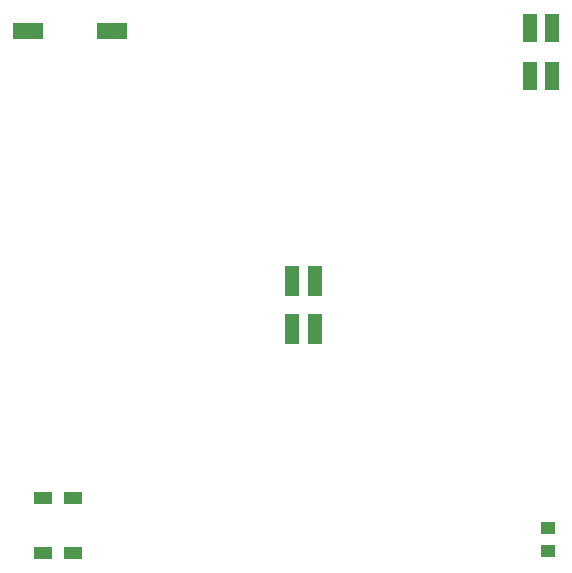
<source format=gbp>
G04*
G04 #@! TF.GenerationSoftware,Altium Limited,Altium Designer,22.5.1 (42)*
G04*
G04 Layer_Color=128*
%FSLAX44Y44*%
%MOMM*%
G71*
G04*
G04 #@! TF.SameCoordinates,CF4701AC-517D-4BF5-B978-186F02F9A4D0*
G04*
G04*
G04 #@! TF.FilePolarity,Positive*
G04*
G01*
G75*
%ADD44R,2.5000X1.4000*%
%ADD45R,1.2000X2.4000*%
%ADD46R,1.5500X1.0000*%
%ADD47R,1.3000X1.0000*%
%ADD48R,1.2000X2.5000*%
D44*
X108346Y480000D02*
D03*
X37500D02*
D03*
D45*
X480534Y442500D02*
D03*
X462500D02*
D03*
X480534Y483140D02*
D03*
X462500D02*
D03*
D46*
X49600Y38010D02*
D03*
X75000D02*
D03*
X49600Y85000D02*
D03*
X75000D02*
D03*
D47*
X477500Y40000D02*
D03*
Y59934D02*
D03*
D48*
X260594Y228448D02*
D03*
Y268834D02*
D03*
X280000Y228424D02*
D03*
Y268810D02*
D03*
M02*

</source>
